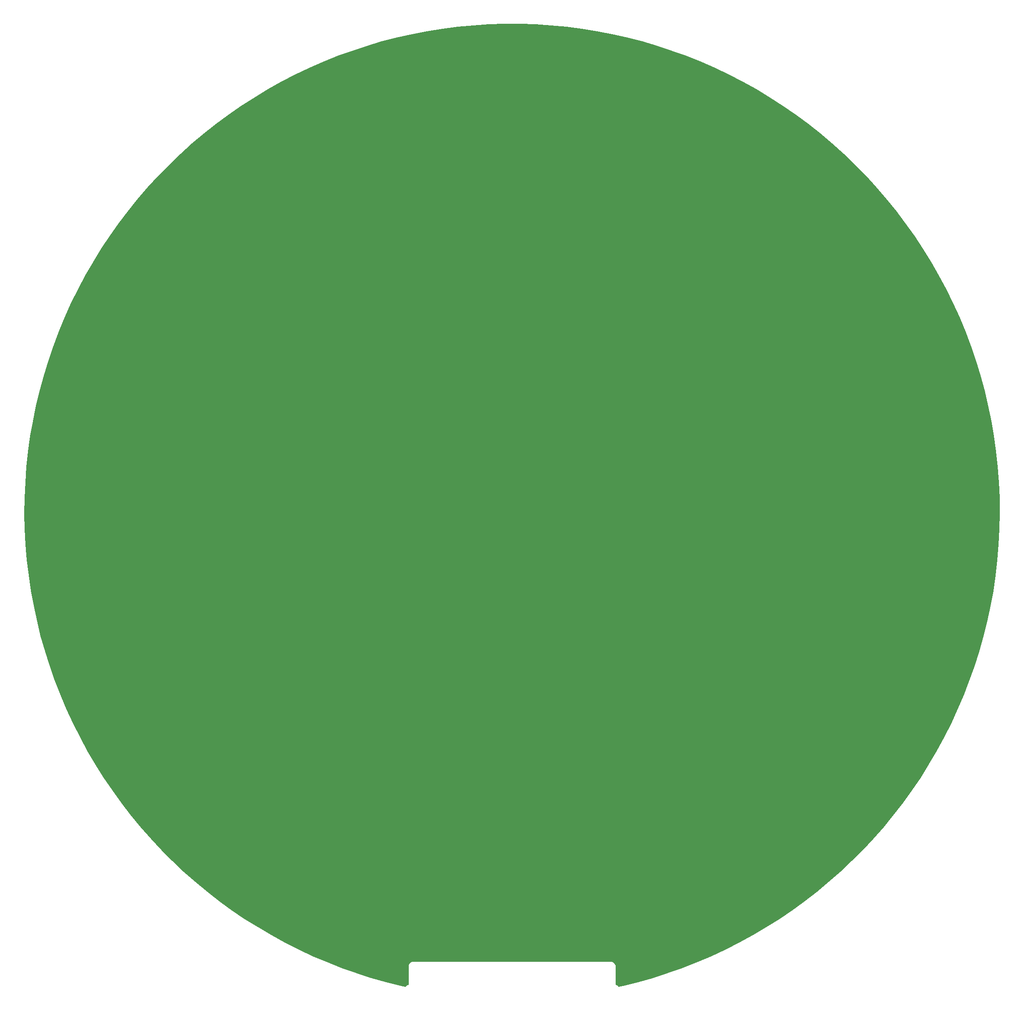
<source format=gbl>
G04*
G04 #@! TF.GenerationSoftware,Altium Limited,Altium Designer,19.1.6 (110)*
G04*
G04 Layer_Physical_Order=2*
G04 Layer_Color=16711680*
%FSLAX25Y25*%
%MOIN*%
G70*
G01*
G75*
G36*
X6202Y389730D02*
X18600Y389335D01*
X30979Y388546D01*
X43326Y387364D01*
X55630Y385789D01*
X67877Y383824D01*
X80056Y381469D01*
X92153Y378729D01*
X104157Y375605D01*
X116056Y372100D01*
X127837Y368219D01*
X139489Y363965D01*
X150999Y359343D01*
X162357Y354356D01*
X173550Y349010D01*
X184567Y343312D01*
X195397Y337265D01*
X206030Y330877D01*
X216454Y324154D01*
X226659Y317102D01*
X236634Y309730D01*
X246369Y302043D01*
X255855Y294051D01*
X265082Y285761D01*
X274040Y277182D01*
X282721Y268322D01*
X291116Y259190D01*
X299216Y249796D01*
X307012Y240148D01*
X314498Y230258D01*
X321666Y220134D01*
X328507Y209788D01*
X335016Y199229D01*
X341186Y188468D01*
X347010Y177516D01*
X352482Y166385D01*
X357598Y155085D01*
X362352Y143628D01*
X366738Y132026D01*
X370754Y120289D01*
X374393Y108432D01*
X377654Y96464D01*
X380532Y84398D01*
X383025Y72248D01*
X385130Y60023D01*
X386845Y47738D01*
X388168Y35405D01*
X389098Y23036D01*
X389634Y10644D01*
X389775Y-1759D01*
X389522Y-14161D01*
X388874Y-26548D01*
X387832Y-38908D01*
X386398Y-51229D01*
X384572Y-63498D01*
X382357Y-75702D01*
X379755Y-87830D01*
X376768Y-99869D01*
X373399Y-111807D01*
X369653Y-123631D01*
X365532Y-135331D01*
X361040Y-146893D01*
X356184Y-158307D01*
X350966Y-169560D01*
X345393Y-180641D01*
X339470Y-191540D01*
X333204Y-202245D01*
X326600Y-212745D01*
X319665Y-223029D01*
X312407Y-233088D01*
X304832Y-242910D01*
X296949Y-252486D01*
X288764Y-261807D01*
X280287Y-270863D01*
X271527Y-279644D01*
X262491Y-288142D01*
X253190Y-296349D01*
X243633Y-304255D01*
X233828Y-311853D01*
X223786Y-319135D01*
X213519Y-326094D01*
X203034Y-332723D01*
X192345Y-339015D01*
X181460Y-344964D01*
X170392Y-350563D01*
X159151Y-355807D01*
X147749Y-360691D01*
X136198Y-365210D01*
X124508Y-369358D01*
X112692Y-373133D01*
X100762Y-376530D01*
X88730Y-379545D01*
X85159Y-380321D01*
X84734Y-380042D01*
X84252Y-379319D01*
X83529Y-378837D01*
X82711Y-378674D01*
Y-364174D01*
X82576Y-363146D01*
X82179Y-362188D01*
X81548Y-361366D01*
X80725Y-360735D01*
X79768Y-360338D01*
X78740Y-360203D01*
X-78740D01*
X-79768Y-360338D01*
X-80726Y-360735D01*
X-81548Y-361366D01*
X-82179Y-362188D01*
X-82576Y-363146D01*
X-82711Y-364174D01*
Y-378674D01*
X-83530Y-378836D01*
X-84252Y-379319D01*
X-84735Y-380042D01*
X-85160Y-380320D01*
X-88731Y-379545D01*
X-100763Y-376530D01*
X-112693Y-373133D01*
X-124508Y-369358D01*
X-136198Y-365209D01*
X-147750Y-360691D01*
X-159152Y-355807D01*
X-170393Y-350563D01*
X-181461Y-344964D01*
X-192345Y-339015D01*
X-203035Y-332723D01*
X-213519Y-326094D01*
X-223787Y-319135D01*
X-233828Y-311853D01*
X-243633Y-304255D01*
X-253190Y-296349D01*
X-262492Y-288142D01*
X-271527Y-279644D01*
X-280288Y-270863D01*
X-288765Y-261807D01*
X-296949Y-252486D01*
X-304832Y-242910D01*
X-312407Y-233087D01*
X-319665Y-223029D01*
X-326600Y-212744D01*
X-333204Y-202244D01*
X-339471Y-191540D01*
X-345393Y-180641D01*
X-350966Y-169560D01*
X-356184Y-158306D01*
X-361041Y-146892D01*
X-365532Y-135331D01*
X-369653Y-123631D01*
X-373399Y-111806D01*
X-376768Y-99869D01*
X-379755Y-87829D01*
X-382357Y-75702D01*
X-384572Y-63497D01*
X-386398Y-51228D01*
X-387832Y-38907D01*
X-388874Y-26547D01*
X-389522Y-14160D01*
X-389775Y-1759D01*
X-389634Y10644D01*
X-389098Y23037D01*
X-388168Y35406D01*
X-386845Y47739D01*
X-385130Y60024D01*
X-383025Y72248D01*
X-380532Y84399D01*
X-377654Y96464D01*
X-374393Y108432D01*
X-370754Y120290D01*
X-366738Y132026D01*
X-362351Y143629D01*
X-357598Y155086D01*
X-352482Y166385D01*
X-347009Y177517D01*
X-341185Y188468D01*
X-335016Y199229D01*
X-328507Y209788D01*
X-321665Y220135D01*
X-314498Y230258D01*
X-307012Y240149D01*
X-299215Y249796D01*
X-291115Y259191D01*
X-282721Y268322D01*
X-274040Y277182D01*
X-265081Y285761D01*
X-255855Y294051D01*
X-246369Y302043D01*
X-236633Y309730D01*
X-226658Y317102D01*
X-216453Y324154D01*
X-206029Y330877D01*
X-195397Y337265D01*
X-184566Y343312D01*
X-173549Y349011D01*
X-162356Y354356D01*
X-150999Y359343D01*
X-139488Y363966D01*
X-127836Y368220D01*
X-116056Y372101D01*
X-104157Y375605D01*
X-92153Y378729D01*
X-80055Y381469D01*
X-67876Y383824D01*
X-55629Y385789D01*
X-43326Y387364D01*
X-30978Y388546D01*
X-18599Y389335D01*
X-6202Y389730D01*
X6202Y389730D01*
D02*
G37*
M02*

</source>
